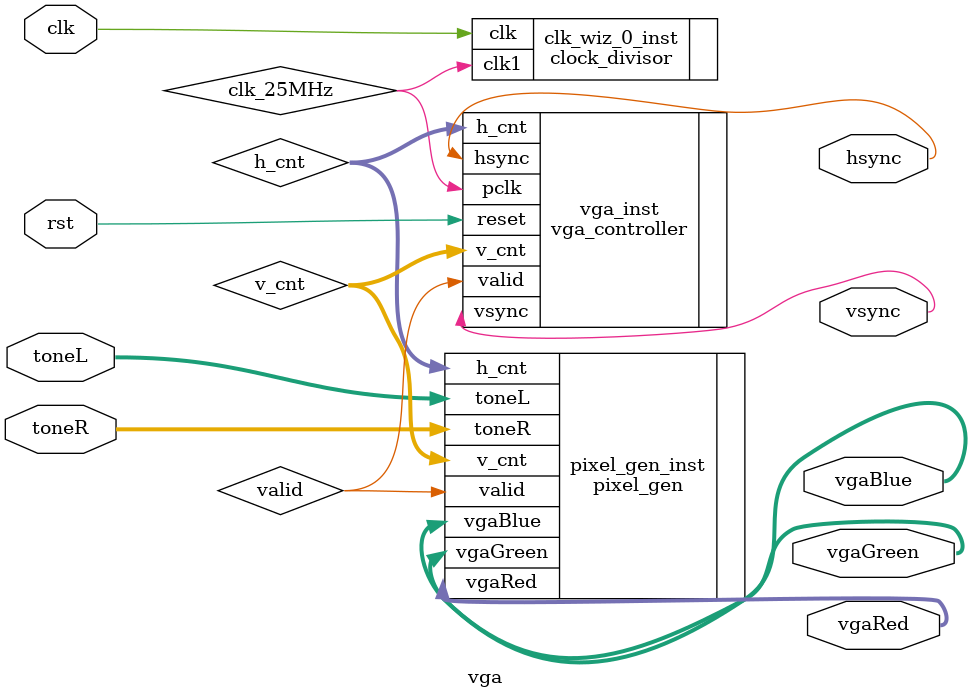
<source format=v>
module vga(
   input clk,
   input rst,
   input [31:0] toneL,
   input [31:0] toneR,
   output [3:0] vgaRed,
   output [3:0] vgaGreen,
   output [3:0] vgaBlue,
   output hsync,
   output vsync
    );


    wire clk_25MHz;
    wire valid;
    wire [9:0] h_cnt; //640
    wire [9:0] v_cnt;  //480


     clock_divisor clk_wiz_0_inst(
      .clk(clk),
      .clk1(clk_25MHz)
    );

   pixel_gen pixel_gen_inst(
       .h_cnt(h_cnt),
       .v_cnt(v_cnt),
	   .toneL(toneL),
	   .toneR(toneR),
       .valid(valid),
       .vgaRed(vgaRed),
       .vgaGreen(vgaGreen),
       .vgaBlue(vgaBlue)
    );

    vga_controller   vga_inst(
      .pclk(clk_25MHz),
      .reset(rst),
      .hsync(hsync),
      .vsync(vsync),
      .valid(valid),
      .h_cnt(h_cnt),
      .v_cnt(v_cnt)
    );
      
endmodule

</source>
